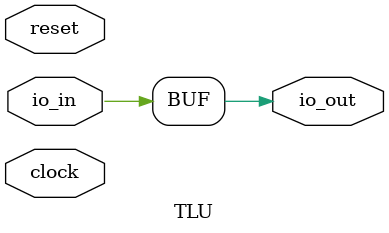
<source format=sv>
module TLU(	// src/main/scala/empty/Add.scala:157:7
  input  clock,	// src/main/scala/empty/Add.scala:157:7
         reset,	// src/main/scala/empty/Add.scala:157:7
         io_in,	// src/main/scala/empty/Add.scala:158:14
  output io_out	// src/main/scala/empty/Add.scala:158:14
);

  assign io_out = io_in;	// src/main/scala/empty/Add.scala:157:7
endmodule


</source>
